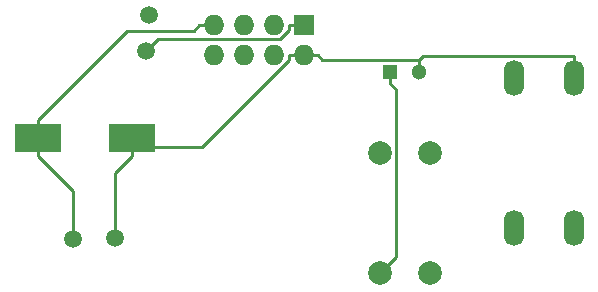
<source format=gbr>
G04 #@! TF.FileFunction,Copper,L1,Top,Signal*
%FSLAX46Y46*%
G04 Gerber Fmt 4.6, Leading zero omitted, Abs format (unit mm)*
G04 Created by KiCad (PCBNEW 4.0.2+e4-6225~38~ubuntu16.04.1-stable) date 2016년 06월 28일 (화) 오전 10시 20분 25초*
%MOMM*%
G01*
G04 APERTURE LIST*
%ADD10C,0.100000*%
%ADD11C,1.300000*%
%ADD12R,1.300000X1.300000*%
%ADD13R,4.000500X2.400300*%
%ADD14C,1.998980*%
%ADD15R,1.727200X1.727200*%
%ADD16O,1.727200X1.727200*%
%ADD17C,1.500000*%
%ADD18O,1.727200X3.048000*%
%ADD19C,0.250000*%
G04 APERTURE END LIST*
D10*
D11*
X93533600Y-61112400D03*
D12*
X91033600Y-61112400D03*
D13*
X61226700Y-66700400D03*
X69227700Y-66700400D03*
D14*
X94437200Y-67970400D03*
X94437200Y-78130400D03*
X90170000Y-78079600D03*
X90170000Y-67919600D03*
D15*
X83718400Y-57150000D03*
D16*
X83718400Y-59690000D03*
X81178400Y-57150000D03*
X81178400Y-59690000D03*
X78638400Y-57150000D03*
X78638400Y-59690000D03*
X76098400Y-57150000D03*
X76098400Y-59690000D03*
D17*
X70612000Y-56286400D03*
X70408800Y-59334400D03*
X64160400Y-75234800D03*
X67767200Y-75184000D03*
D18*
X101498000Y-61569600D03*
X106578000Y-61569600D03*
X101498000Y-74269600D03*
X106578000Y-74269600D03*
D19*
X91519400Y-62573500D02*
X91033600Y-62087700D01*
X91519400Y-76730200D02*
X91519400Y-62573500D01*
X90170000Y-78079600D02*
X91519400Y-76730200D01*
X91033600Y-61112400D02*
X91033600Y-62087700D01*
X106578000Y-61569600D02*
X106578000Y-59720300D01*
X67767200Y-69686400D02*
X69227700Y-68225900D01*
X67767200Y-75184000D02*
X67767200Y-69686400D01*
X69227700Y-66700400D02*
X69227700Y-67463100D01*
X69227700Y-67463100D02*
X69227700Y-68225900D01*
X82529500Y-60061500D02*
X82529500Y-59690000D01*
X75127900Y-67463100D02*
X82529500Y-60061500D01*
X69227700Y-67463100D02*
X75127900Y-67463100D01*
X83718400Y-59690000D02*
X82529500Y-59690000D01*
X83718400Y-59690000D02*
X84907300Y-59690000D01*
X93533600Y-60041300D02*
X93533600Y-61112400D01*
X93854600Y-59720300D02*
X93533600Y-60041300D01*
X106578000Y-59720300D02*
X93854600Y-59720300D01*
X85258600Y-60041300D02*
X84907300Y-59690000D01*
X93533600Y-60041300D02*
X85258600Y-60041300D01*
X94437200Y-67970400D02*
X95097600Y-67970400D01*
X101498000Y-74269600D02*
X100736000Y-74269600D01*
X83718400Y-57150000D02*
X82529500Y-57150000D01*
X82529500Y-57521600D02*
X82529500Y-57150000D01*
X81712200Y-58338900D02*
X82529500Y-57521600D01*
X71404300Y-58338900D02*
X81712200Y-58338900D01*
X70408800Y-59334400D02*
X71404300Y-58338900D01*
X64160400Y-71159600D02*
X64160400Y-75234800D01*
X61226700Y-68225900D02*
X64160400Y-71159600D01*
X61226700Y-67007300D02*
X61226700Y-68225900D01*
X61226700Y-67007300D02*
X61226700Y-66700400D01*
X74416900Y-57642600D02*
X74909500Y-57150000D01*
X68759100Y-57642600D02*
X74416900Y-57642600D01*
X61226700Y-65175000D02*
X68759100Y-57642600D01*
X61226700Y-66700400D02*
X61226700Y-65175000D01*
X76098400Y-57150000D02*
X74909500Y-57150000D01*
M02*

</source>
